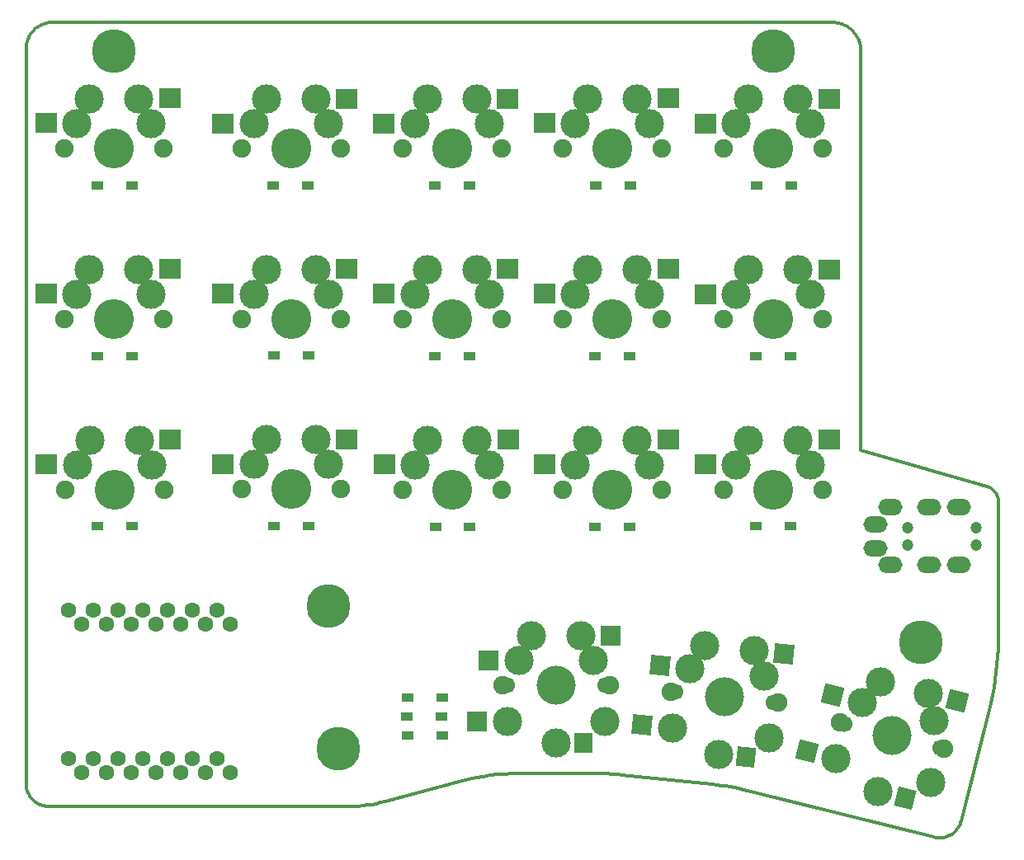
<source format=gbs>
%TF.GenerationSoftware,KiCad,Pcbnew,(6.0.6)*%
%TF.CreationDate,2022-09-17T23:41:45+09:00*%
%TF.ProjectId,split-mini,73706c69-742d-46d6-996e-692e6b696361,rev?*%
%TF.SameCoordinates,Original*%
%TF.FileFunction,Soldermask,Bot*%
%TF.FilePolarity,Negative*%
%FSLAX46Y46*%
G04 Gerber Fmt 4.6, Leading zero omitted, Abs format (unit mm)*
G04 Created by KiCad (PCBNEW (6.0.6)) date 2022-09-17 23:41:45*
%MOMM*%
%LPD*%
G01*
G04 APERTURE LIST*
G04 Aperture macros list*
%AMRotRect*
0 Rectangle, with rotation*
0 The origin of the aperture is its center*
0 $1 length*
0 $2 width*
0 $3 Rotation angle, in degrees counterclockwise*
0 Add horizontal line*
21,1,$1,$2,0,0,$3*%
G04 Aperture macros list end*
%TA.AperFunction,Profile*%
%ADD10C,0.349999*%
%TD*%
%ADD11R,1.300000X0.950000*%
%ADD12C,1.900000*%
%ADD13C,3.000000*%
%ADD14C,4.100000*%
%ADD15R,2.300000X2.000000*%
%ADD16C,4.500000*%
%ADD17C,4.000000*%
%ADD18C,1.700000*%
%ADD19R,2.000000X2.000000*%
%ADD20R,1.900000X2.000000*%
%ADD21RotRect,2.000000X2.000000X166.000000*%
%ADD22RotRect,1.900000X2.000000X166.000000*%
%ADD23C,1.200000*%
%ADD24O,2.500000X1.700000*%
%ADD25RotRect,2.000000X2.000000X174.000000*%
%ADD26RotRect,1.900000X2.000000X174.000000*%
%ADD27C,1.600000*%
G04 APERTURE END LIST*
D10*
X120734058Y-85321050D02*
X120746346Y-84517181D01*
X94563467Y-99773630D02*
X95006416Y-99879974D01*
X21067121Y-99747413D02*
X21097288Y-99856121D01*
X95006416Y-99879974D02*
X95006416Y-99879974D01*
X106613959Y-23464589D02*
X106588365Y-23321274D01*
X21022792Y-99525582D02*
X21042263Y-99637170D01*
X21450528Y-100558221D02*
X21520346Y-100647842D01*
X23314208Y-21027240D02*
X23182826Y-21050152D01*
X120663178Y-69673555D02*
X120617953Y-69555976D01*
X120429619Y-69232038D02*
X120350533Y-69135311D01*
X116257734Y-104147387D02*
X116337281Y-104072331D01*
X65730083Y-98890289D02*
X65730083Y-98890289D01*
X104737877Y-21174101D02*
X104602654Y-21128344D01*
X120306060Y-89309528D02*
X120440307Y-88517806D01*
X106647491Y-64950611D02*
X106647491Y-23907794D01*
X114417834Y-104707695D02*
X114531519Y-104721167D01*
X22319756Y-101272024D02*
X22422725Y-101317646D01*
X21325017Y-100370023D02*
X21385392Y-100465551D01*
X116831755Y-103339065D02*
X116873233Y-103232363D01*
X114869318Y-104727193D02*
X114980256Y-104718084D01*
X116678483Y-103640152D02*
X116734207Y-103543064D01*
X21793434Y-21793513D02*
X21700478Y-21891184D01*
X106069327Y-22166530D02*
X105982931Y-22056589D01*
X105588428Y-21662081D02*
X105478488Y-21575683D01*
X104870037Y-21226211D02*
X104737877Y-21174101D01*
X79268402Y-98118347D02*
X79619825Y-98120645D01*
X119962618Y-68817891D02*
X119849615Y-68758387D01*
X120725055Y-69920137D02*
X120699003Y-69795107D01*
X21042263Y-99637170D02*
X21067121Y-99747413D01*
X120699003Y-69795107D02*
X120663178Y-69673555D01*
X81724553Y-98230937D02*
X82074291Y-98265381D01*
X119606995Y-68666672D02*
X106647491Y-64950611D01*
X21218860Y-100171147D02*
X21269480Y-100271825D01*
X21049932Y-23182830D02*
X21027007Y-23314210D01*
X23078052Y-101482078D02*
X23191759Y-101490535D01*
X20997490Y-99184639D02*
X21000327Y-99299127D01*
X115907617Y-104406218D02*
X115999590Y-104347927D01*
X105694026Y-21753553D02*
X105588428Y-21662081D01*
X105891460Y-21950990D02*
X105795097Y-21849917D01*
X23306244Y-101493370D02*
X54168747Y-101493347D01*
X23715622Y-20997488D02*
X23715622Y-20997488D01*
X21992830Y-21612950D02*
X21891115Y-21700567D01*
X57823814Y-101011581D02*
X57823814Y-101011581D01*
X120746346Y-84517181D02*
X120746346Y-70178646D01*
X120563702Y-69442866D02*
X120500800Y-69334721D01*
X120744992Y-70113118D02*
X120740961Y-70048149D01*
X21114721Y-22925043D02*
X21079201Y-23053033D01*
X21000556Y-23580829D02*
X20997215Y-23715622D01*
X93224898Y-99501293D02*
X93672605Y-99584271D01*
X115411094Y-104628832D02*
X115514710Y-104593834D01*
X116618357Y-103733828D02*
X116678483Y-103640152D01*
X55553294Y-101425245D02*
X56012088Y-101372398D01*
X21932681Y-101040365D02*
X22025351Y-101105499D01*
X79971141Y-98127542D02*
X80322305Y-98139037D01*
X94118828Y-99675056D02*
X94563467Y-99773630D01*
X119965073Y-90880112D02*
X120147626Y-90097149D01*
X21520346Y-100647842D02*
X21594767Y-100734227D01*
X21843058Y-100970549D02*
X21932681Y-101040365D01*
X116413290Y-103993343D02*
X116485588Y-103910527D01*
X114980256Y-104718084D02*
X115090076Y-104703590D01*
X92325451Y-99358830D02*
X92775813Y-99426140D01*
X119790967Y-68731954D02*
X119730949Y-68707815D01*
X22207471Y-21454070D02*
X22098356Y-21530754D01*
X103737228Y-20997492D02*
X23715622Y-20997488D01*
X116088715Y-104285289D02*
X116174821Y-104218407D01*
X105982931Y-22056589D02*
X105891460Y-21950990D01*
X104034787Y-21012522D02*
X103886991Y-21001281D01*
X116337281Y-104072331D02*
X116413290Y-103993343D01*
X22634779Y-101393589D02*
X22743485Y-101423753D01*
X23182826Y-21050152D02*
X23053027Y-21079407D01*
X21156400Y-22799082D02*
X21114721Y-22925043D01*
X21700478Y-21891184D02*
X21612850Y-21992890D01*
X105364387Y-21494542D02*
X105246308Y-21418842D01*
X22435573Y-21317612D02*
X22319950Y-21382992D01*
X69367896Y-98227495D02*
X70105548Y-98166918D01*
X22925033Y-21114915D02*
X22799069Y-21156581D01*
X103737228Y-20997492D02*
X103737228Y-20997492D01*
X115812969Y-104460058D02*
X115907617Y-104406218D01*
X54631255Y-101485768D02*
X55092893Y-101463051D01*
X82074291Y-98265381D02*
X91421310Y-99247810D01*
X104464550Y-21089126D02*
X104323750Y-21056627D01*
X21010518Y-23446950D02*
X21000556Y-23580829D01*
X104180434Y-21031031D02*
X104034787Y-21012522D01*
X119606995Y-68666672D02*
X119606995Y-68666672D01*
X22098356Y-21530754D02*
X21992830Y-21612950D01*
X115514710Y-104593834D02*
X115616343Y-104553970D01*
X21453948Y-22207514D02*
X21382859Y-22319987D01*
X106418789Y-22774986D02*
X106360509Y-22646071D01*
X106470898Y-22907146D02*
X106418789Y-22774986D01*
X80322305Y-98139037D02*
X80673272Y-98155126D01*
X21673714Y-100817184D02*
X21673714Y-100817184D01*
X106643705Y-23758032D02*
X106632466Y-23610236D01*
X55092893Y-101463051D02*
X55553294Y-101425245D01*
X80673272Y-98155126D02*
X81023999Y-98175807D01*
X105246308Y-21418842D02*
X105124435Y-21348765D01*
X106647491Y-64950611D02*
X106647491Y-64950611D01*
X57823814Y-101011581D02*
X65730083Y-98890289D01*
X56468906Y-101304560D02*
X56923379Y-101221779D01*
X79268402Y-98118347D02*
X79268402Y-98118347D01*
X106296240Y-22520586D02*
X106226164Y-22398712D01*
X70105548Y-98166918D02*
X70845185Y-98130517D01*
X116940735Y-103010071D02*
X116940735Y-103010071D01*
X54168747Y-101493347D02*
X54168747Y-101493347D01*
X119730949Y-68707815D02*
X119669610Y-68686034D01*
X106647491Y-23907794D02*
X106643705Y-23758032D01*
X21204145Y-22675373D02*
X21156400Y-22799082D01*
X116554001Y-103823988D02*
X116618357Y-103733828D01*
X56012088Y-101372398D02*
X56468906Y-101304560D01*
X57375138Y-101124103D02*
X57823814Y-101011581D01*
X120746346Y-70178646D02*
X120744992Y-70113118D01*
X67900910Y-98420864D02*
X68632820Y-98312169D01*
X21000327Y-99299127D02*
X21008788Y-99412838D01*
X23053027Y-21079407D02*
X22925033Y-21114915D01*
X91421310Y-99247810D02*
X91873916Y-99299381D01*
X71586216Y-98118370D02*
X71586216Y-98118370D01*
X21382859Y-22319987D02*
X21317467Y-22435603D01*
X20997490Y-99184639D02*
X20997490Y-99184639D01*
X21673714Y-100817184D02*
X21756673Y-100896129D01*
X114189873Y-104662933D02*
X114189873Y-104662933D01*
X21612850Y-21992890D02*
X21530643Y-22098408D01*
X23191759Y-101490535D02*
X23306244Y-101493370D01*
X82074291Y-98265381D02*
X82074291Y-98265381D01*
X115090076Y-104703590D02*
X115198604Y-104683814D01*
X21891115Y-21700567D02*
X21793434Y-21793513D01*
X106632466Y-23610236D02*
X106613959Y-23464589D01*
X92775813Y-99426140D02*
X93224898Y-99501293D01*
X120697243Y-86123603D02*
X120734058Y-85321050D01*
X22965311Y-101468076D02*
X23078052Y-101482078D01*
X114757434Y-104730812D02*
X114869318Y-104727193D01*
X21756673Y-100896129D02*
X21843058Y-100970549D01*
X116940735Y-103010071D02*
X119965073Y-90880112D01*
X120734300Y-69983801D02*
X120725055Y-69920137D01*
X119669610Y-68686034D02*
X119606995Y-68666672D01*
X23580829Y-21000816D02*
X23446950Y-21010763D01*
X115999590Y-104347927D02*
X116088715Y-104285289D01*
X106226164Y-22398712D02*
X106150466Y-22280632D01*
X81374440Y-98201078D02*
X81724553Y-98230937D01*
X104998950Y-21284494D02*
X104870037Y-21226211D01*
X22120879Y-101165872D02*
X22219077Y-101221407D01*
X116485588Y-103910527D02*
X116554001Y-103823988D01*
X21079201Y-23053033D02*
X21049932Y-23182830D01*
X23446950Y-21010763D02*
X23314208Y-21027240D01*
X116909617Y-103122663D02*
X116940735Y-103010071D01*
X22554116Y-21258022D02*
X22435573Y-21317612D01*
X120147626Y-90097149D02*
X120306060Y-89309528D01*
X21530643Y-22098408D02*
X21453948Y-22207514D01*
X106588365Y-23321274D02*
X106555869Y-23180473D01*
X120635967Y-86924286D02*
X120697243Y-86123603D01*
X116873233Y-103232363D02*
X116909617Y-103122663D01*
X68632820Y-98312169D02*
X69367896Y-98227495D01*
X22743485Y-101423753D02*
X22853726Y-101448609D01*
X120440307Y-88517806D02*
X120550299Y-87722539D01*
X22527796Y-101358194D02*
X22634779Y-101393589D01*
X21132686Y-99963106D02*
X21173236Y-100068177D01*
X22025351Y-101105499D02*
X22120879Y-101165872D01*
X95006416Y-99879974D02*
X114189873Y-104662933D01*
X21385392Y-100465551D02*
X21450528Y-100558221D01*
X21008788Y-99412838D02*
X21022792Y-99525582D01*
X115198604Y-104683814D02*
X115305668Y-104658860D01*
X67172756Y-98553501D02*
X67900910Y-98420864D01*
X106150466Y-22280632D02*
X106069327Y-22166530D01*
X21097288Y-99856121D02*
X21132686Y-99963106D01*
X120500800Y-69334721D02*
X120429619Y-69232038D01*
X21027007Y-23314210D02*
X21010518Y-23446950D01*
X116174821Y-104218407D02*
X116257734Y-104147387D01*
X120263917Y-69045037D02*
X120170143Y-68961712D01*
X70845185Y-98130517D02*
X71586216Y-98118370D01*
X91421310Y-99247810D02*
X91421310Y-99247810D01*
X22675355Y-21204314D02*
X22554116Y-21258022D01*
X21257865Y-22554139D02*
X21204145Y-22675373D01*
X22422725Y-101317646D02*
X22527796Y-101358194D01*
X114644776Y-104728838D02*
X114757434Y-104730812D01*
X116734207Y-103543064D02*
X116785355Y-103442667D01*
X120350533Y-69135311D02*
X120263917Y-69045037D01*
X120550299Y-87722539D02*
X120635967Y-86924286D01*
X21594767Y-100734227D02*
X21673714Y-100817184D01*
X106360509Y-22646071D02*
X106296240Y-22520586D01*
X79619825Y-98120645D02*
X79971141Y-98127542D01*
X115715821Y-104509343D02*
X115812969Y-104460058D01*
X120746346Y-70178646D02*
X120746346Y-70178646D01*
X20997215Y-23715622D02*
X20997215Y-23715622D01*
X104323750Y-21056627D02*
X104180434Y-21031031D01*
X71586216Y-98118370D02*
X79268402Y-98118347D01*
X105795097Y-21849917D02*
X105694026Y-21753553D01*
X119849615Y-68758387D02*
X119790967Y-68731954D01*
X54168747Y-101493347D02*
X54631255Y-101485768D01*
X116785355Y-103442667D02*
X116831755Y-103339065D01*
X120170143Y-68961712D02*
X120069586Y-68885831D01*
X66448951Y-98710002D02*
X67172756Y-98553501D01*
X104602654Y-21128344D02*
X104464550Y-21089126D01*
X114189873Y-104662933D02*
X114303894Y-104688319D01*
X22799069Y-21156581D02*
X22675355Y-21204314D01*
X120746346Y-84517181D02*
X120746346Y-84517181D01*
X120617953Y-69555976D02*
X120563702Y-69442866D01*
X114303894Y-104688319D02*
X114417834Y-104707695D01*
X106555869Y-23180473D02*
X106516652Y-23042369D01*
X65730083Y-98890289D02*
X66448951Y-98710002D01*
X81023999Y-98175807D02*
X81374440Y-98201078D01*
X21173236Y-100068177D02*
X21218860Y-100171147D01*
X115616343Y-104553970D02*
X115715821Y-104509343D01*
X106516652Y-23042369D02*
X106470898Y-22907146D01*
X23715622Y-20997488D02*
X23580829Y-21000816D01*
X120740961Y-70048149D02*
X120734300Y-69983801D01*
X22219077Y-101221407D02*
X22319756Y-101272024D01*
X56923379Y-101221779D02*
X57375138Y-101124103D01*
X103886991Y-21001281D02*
X103737228Y-20997492D01*
X22853726Y-101448609D02*
X22965311Y-101468076D01*
X105478488Y-21575683D02*
X105364387Y-21494542D01*
X119965073Y-90880112D02*
X119965073Y-90880112D01*
X105124435Y-21348765D02*
X104998950Y-21284494D01*
X21793434Y-21793513D02*
X21793434Y-21793513D01*
X93672605Y-99584271D02*
X94118828Y-99675056D01*
X21317467Y-22435603D02*
X21257865Y-22554139D01*
X20997215Y-23715622D02*
X20997490Y-99184639D01*
X23306244Y-101493370D02*
X23306244Y-101493370D01*
X22319950Y-21382992D02*
X22207471Y-21454070D01*
X91873916Y-99299381D02*
X92325451Y-99358830D01*
X120069586Y-68885831D02*
X119962618Y-68817891D01*
X21269480Y-100271825D02*
X21325017Y-100370023D01*
X115305668Y-104658860D02*
X115411094Y-104628832D01*
X114531519Y-104721167D02*
X114644776Y-104728838D01*
D11*
%TO.C,D7*%
X46415000Y-55230000D03*
X49965000Y-55230000D03*
%TD*%
D12*
%TO.C,SW6*%
X35120000Y-51460000D03*
D13*
X32580000Y-46380000D03*
D14*
X30040000Y-51460000D03*
D12*
X24960000Y-51460000D03*
D13*
X33850000Y-48919999D03*
X26230000Y-48920000D03*
X27500000Y-46380000D03*
D15*
X23040000Y-48880000D03*
X35740000Y-46340000D03*
%TD*%
D13*
%TO.C,SW11*%
X26240000Y-66420000D03*
D14*
X30050000Y-68960000D03*
D13*
X27510000Y-63880000D03*
D12*
X35130000Y-68960000D03*
D13*
X33860000Y-66419999D03*
X32590000Y-63880000D03*
D12*
X24970000Y-68960000D03*
D15*
X23050000Y-66380000D03*
X35750000Y-63840000D03*
%TD*%
D11*
%TO.C,D6*%
X28275000Y-55260000D03*
X31825000Y-55260000D03*
%TD*%
D12*
%TO.C,SW9*%
X76090000Y-51460000D03*
D13*
X84980000Y-48919999D03*
X78630000Y-46380000D03*
D14*
X81170000Y-51460000D03*
D12*
X86250000Y-51460000D03*
D13*
X77360000Y-48920000D03*
X83710000Y-46380000D03*
D15*
X74170000Y-48880000D03*
X86870000Y-46340000D03*
%TD*%
D13*
%TO.C,SW3*%
X67250000Y-28870000D03*
X60900000Y-31410000D03*
D12*
X59630000Y-33950000D03*
D13*
X68520000Y-31409999D03*
X62170000Y-28870000D03*
D14*
X64710000Y-33950000D03*
D12*
X69790000Y-33950000D03*
D15*
X57710000Y-31370000D03*
X70410000Y-28830000D03*
%TD*%
D11*
%TO.C,D9*%
X79405000Y-55270000D03*
X82955000Y-55270000D03*
%TD*%
%TO.C,D16*%
X60155000Y-90350000D03*
X63705000Y-90350000D03*
%TD*%
%TO.C,D11*%
X28305000Y-72750000D03*
X31855000Y-72750000D03*
%TD*%
%TO.C,D14*%
X79395000Y-72770000D03*
X82945000Y-72770000D03*
%TD*%
%TO.C,D17*%
X60095000Y-92290000D03*
X63645000Y-92290000D03*
%TD*%
D14*
%TO.C,SW5*%
X97690000Y-33960000D03*
D13*
X95150000Y-28880000D03*
D12*
X102770000Y-33960000D03*
D13*
X100230000Y-28880000D03*
D12*
X92610000Y-33960000D03*
D13*
X101500000Y-31419999D03*
X93880000Y-31420000D03*
D15*
X90690000Y-31380000D03*
X103390000Y-28840000D03*
%TD*%
D16*
%TO.C,HOLE3*%
X52020000Y-80950000D03*
%TD*%
D13*
%TO.C,SW15*%
X101480000Y-66419999D03*
D14*
X97670000Y-68960000D03*
D12*
X92590000Y-68960000D03*
X102750000Y-68960000D03*
D13*
X95130000Y-63880000D03*
X100210000Y-63880000D03*
X93860000Y-66420000D03*
D15*
X90670000Y-66380000D03*
X103370000Y-63840000D03*
%TD*%
D11*
%TO.C,D13*%
X62985000Y-72780000D03*
X66535000Y-72780000D03*
%TD*%
D13*
%TO.C,SW7*%
X45640000Y-46370000D03*
X44370000Y-48910000D03*
D12*
X43100000Y-51450000D03*
D13*
X51990000Y-48909999D03*
X50720000Y-46370000D03*
D14*
X48180000Y-51450000D03*
D12*
X53260000Y-51450000D03*
D15*
X41180000Y-48870000D03*
X53880000Y-46330000D03*
%TD*%
D11*
%TO.C,D1*%
X28285000Y-37740000D03*
X31835000Y-37740000D03*
%TD*%
D16*
%TO.C,HOLE5*%
X112800000Y-84690000D03*
%TD*%
D17*
%TO.C,SW16*%
X75370000Y-89080000D03*
D13*
X72830000Y-84000000D03*
X80370000Y-92780000D03*
X71560000Y-86540000D03*
X70370000Y-92780000D03*
X75370000Y-94980000D03*
D18*
X80450000Y-89080000D03*
D12*
X69870000Y-89080000D03*
D13*
X79180000Y-86540000D03*
D18*
X70290000Y-89080000D03*
D12*
X80870000Y-89080000D03*
D13*
X77910000Y-84000000D03*
D19*
X67270000Y-92780000D03*
X68470000Y-86540000D03*
D20*
X78170000Y-94980000D03*
D19*
X80970000Y-84000000D03*
%TD*%
D11*
%TO.C,D18*%
X60125000Y-94220000D03*
X63675000Y-94220000D03*
%TD*%
D16*
%TO.C,HOLE4*%
X53040000Y-95600000D03*
%TD*%
D11*
%TO.C,D4*%
X79415000Y-37730000D03*
X82965000Y-37730000D03*
%TD*%
%TO.C,D10*%
X95915000Y-55290000D03*
X99465000Y-55290000D03*
%TD*%
D13*
%TO.C,SW18*%
X104122510Y-96619485D03*
D18*
X104939998Y-93010037D03*
D13*
X108441761Y-99963745D03*
X113825468Y-99038704D03*
X108633512Y-88695416D03*
D12*
X115205726Y-95569570D03*
D13*
X113562614Y-89924379D03*
D18*
X114798202Y-95467963D03*
D13*
X114180408Y-92696171D03*
X106786755Y-90852726D03*
D12*
X104532474Y-92908430D03*
D17*
X109869100Y-94239000D03*
D21*
X101114594Y-95869527D03*
X103788541Y-90105188D03*
X116531719Y-90664660D03*
D22*
X111158589Y-100641126D03*
%TD*%
D23*
%TO.C,J1*%
X118460000Y-74625000D03*
X111460000Y-74625000D03*
X118460000Y-72875000D03*
X111460000Y-72875000D03*
D24*
X108160000Y-74975000D03*
X108160000Y-72525000D03*
X116660000Y-76725000D03*
X116660000Y-70775000D03*
X113660000Y-76725000D03*
X113660000Y-70775000D03*
X109660000Y-76725000D03*
X109660000Y-70775000D03*
%TD*%
D11*
%TO.C,D3*%
X62955000Y-37760000D03*
X66505000Y-37760000D03*
%TD*%
D13*
%TO.C,SW8*%
X68520000Y-48919999D03*
X60900000Y-48920000D03*
X67250000Y-46380000D03*
D12*
X69790000Y-51460000D03*
D14*
X64710000Y-51460000D03*
D13*
X62170000Y-46380000D03*
D12*
X59630000Y-51460000D03*
D15*
X57710000Y-48880000D03*
X70410000Y-46340000D03*
%TD*%
D16*
%TO.C,HOLE2*%
X97680000Y-23950000D03*
%TD*%
D18*
%TO.C,SW17*%
X87600729Y-89755695D03*
D13*
X87293535Y-93443789D03*
X96707531Y-88158868D03*
D12*
X87183030Y-89711793D03*
D17*
X92652900Y-90286700D03*
D13*
X90657819Y-84969026D03*
X97238754Y-94489073D03*
X95709990Y-85500031D03*
D12*
X98122770Y-90861607D03*
D13*
X89129274Y-87362361D03*
D18*
X97705071Y-90817705D03*
D13*
X92036182Y-96154379D03*
D25*
X86056201Y-87039368D03*
X84210517Y-93119750D03*
X98753227Y-85819888D03*
D26*
X94820843Y-96447059D03*
%TD*%
D27*
%TO.C,U1*%
X26686500Y-98011200D03*
X25387500Y-81378700D03*
X27927500Y-81378700D03*
X29226500Y-98011200D03*
X30467500Y-81378700D03*
X31766500Y-98011200D03*
X34306500Y-98011200D03*
X33007500Y-81378700D03*
X35547500Y-81378700D03*
X36846500Y-98011200D03*
X38087500Y-81378700D03*
X39386500Y-98011200D03*
X40627500Y-81378700D03*
X41926500Y-98011200D03*
X41926500Y-82776200D03*
X40627500Y-96613700D03*
X39386500Y-82776200D03*
X38087500Y-96613700D03*
X35547500Y-96613700D03*
X36846500Y-82776200D03*
X34306500Y-82776200D03*
X33007500Y-96613700D03*
X31766500Y-82776200D03*
X30467500Y-96613700D03*
X27927500Y-96613700D03*
X29226500Y-82776200D03*
X26686500Y-82776200D03*
X25387500Y-96613700D03*
%TD*%
D13*
%TO.C,SW10*%
X100220000Y-46390000D03*
D14*
X97680000Y-51470000D03*
D13*
X101490000Y-48929999D03*
D12*
X102760000Y-51470000D03*
X92600000Y-51470000D03*
D13*
X93870000Y-48930000D03*
X95140000Y-46390000D03*
D15*
X90680000Y-48890000D03*
X103380000Y-46350000D03*
%TD*%
D11*
%TO.C,D15*%
X95905000Y-72760000D03*
X99455000Y-72760000D03*
%TD*%
D12*
%TO.C,SW2*%
X53250000Y-33950000D03*
D13*
X50710000Y-28870000D03*
X45630000Y-28870000D03*
D12*
X43090000Y-33950000D03*
D13*
X44360000Y-31410000D03*
D14*
X48170000Y-33950000D03*
D13*
X51980000Y-31409999D03*
D15*
X41170000Y-31370000D03*
X53870000Y-28830000D03*
%TD*%
D12*
%TO.C,SW13*%
X59660000Y-68980000D03*
D13*
X60930000Y-66440000D03*
X68550000Y-66439999D03*
D12*
X69820000Y-68980000D03*
D14*
X64740000Y-68980000D03*
D13*
X62200000Y-63900000D03*
X67280000Y-63900000D03*
D15*
X57740000Y-66400000D03*
X70440000Y-63860000D03*
%TD*%
D16*
%TO.C,HOLE1*%
X30040000Y-23950000D03*
%TD*%
D13*
%TO.C,SW12*%
X45640000Y-63860000D03*
X50720000Y-63860000D03*
X44370000Y-66400000D03*
X51990000Y-66399999D03*
D14*
X48180000Y-68940000D03*
D12*
X53260000Y-68940000D03*
X43100000Y-68940000D03*
D15*
X41180000Y-66360000D03*
X53880000Y-63820000D03*
%TD*%
D13*
%TO.C,SW14*%
X77350000Y-66420000D03*
D14*
X81160000Y-68960000D03*
D13*
X78620000Y-63880000D03*
X84970000Y-66419999D03*
D12*
X86240000Y-68960000D03*
X76080000Y-68960000D03*
D13*
X83700000Y-63880000D03*
D15*
X74160000Y-66380000D03*
X86860000Y-63840000D03*
%TD*%
D12*
%TO.C,SW1*%
X35120000Y-33930000D03*
D13*
X27500000Y-28850000D03*
X26230000Y-31390000D03*
X32580000Y-28850000D03*
D12*
X24960000Y-33930000D03*
D14*
X30040000Y-33930000D03*
D13*
X33850000Y-31389999D03*
D15*
X23040000Y-31350000D03*
X35740000Y-28810000D03*
%TD*%
D11*
%TO.C,D5*%
X95935000Y-37770000D03*
X99485000Y-37770000D03*
%TD*%
%TO.C,D8*%
X62945000Y-55260000D03*
X66495000Y-55260000D03*
%TD*%
D13*
%TO.C,SW4*%
X78640000Y-28850000D03*
X84990000Y-31389999D03*
D12*
X86260000Y-33930000D03*
D13*
X77370000Y-31390000D03*
X83720000Y-28850000D03*
D14*
X81180000Y-33930000D03*
D12*
X76100000Y-33930000D03*
D15*
X74180000Y-31350000D03*
X86880000Y-28810000D03*
%TD*%
D11*
%TO.C,D2*%
X46380000Y-37730000D03*
X49930000Y-37730000D03*
%TD*%
%TO.C,D12*%
X46425000Y-72740000D03*
X49975000Y-72740000D03*
%TD*%
M02*

</source>
